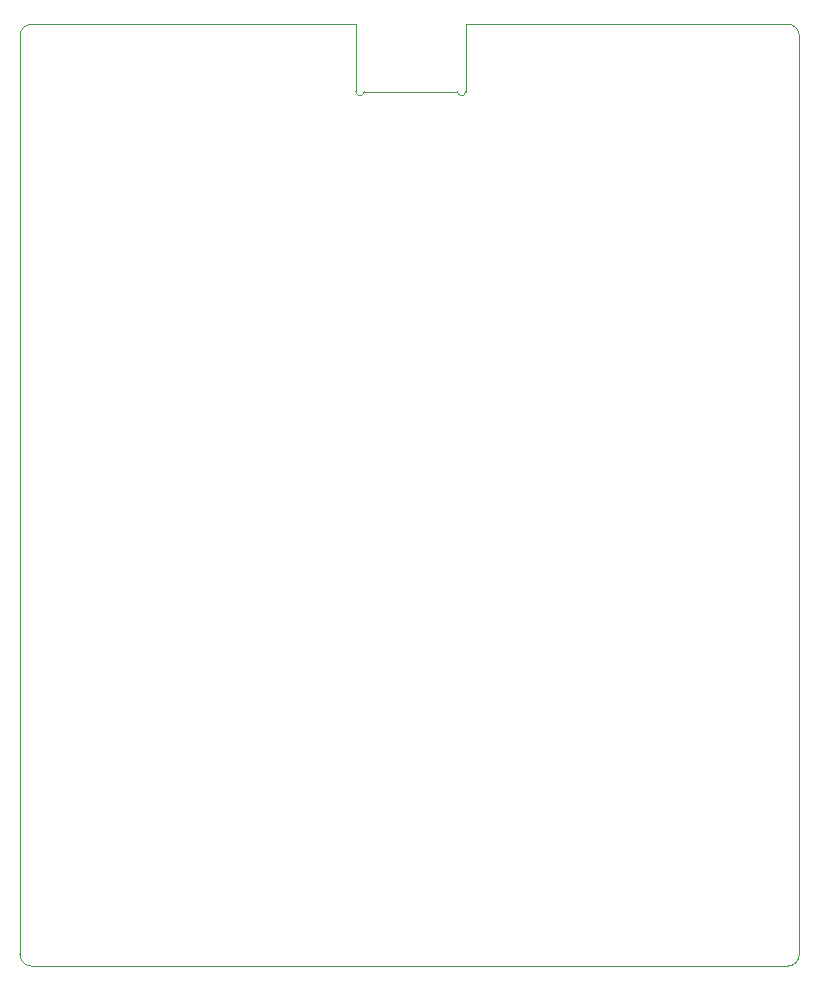
<source format=gbr>
%TF.GenerationSoftware,KiCad,Pcbnew,8.0.6-8.0.6-0~ubuntu24.04.1*%
%TF.CreationDate,2024-11-07T20:30:55+01:00*%
%TF.ProjectId,NIMH-battery-charger,4e494d48-2d62-4617-9474-6572792d6368,rev?*%
%TF.SameCoordinates,Original*%
%TF.FileFunction,Profile,NP*%
%FSLAX46Y46*%
G04 Gerber Fmt 4.6, Leading zero omitted, Abs format (unit mm)*
G04 Created by KiCad (PCBNEW 8.0.6-8.0.6-0~ubuntu24.04.1) date 2024-11-07 20:30:55*
%MOMM*%
%LPD*%
G01*
G04 APERTURE LIST*
%TA.AperFunction,Profile*%
%ADD10C,0.050000*%
%TD*%
G04 APERTURE END LIST*
D10*
X133650000Y-49760000D02*
G75*
G02*
X132950000Y-49760000I-350000J0D01*
G01*
X104497107Y-122802893D02*
X104507107Y-45050000D01*
X142250000Y-49760000D02*
G75*
G02*
X141550000Y-49760000I-350000J0D01*
G01*
X170502893Y-122802893D02*
G75*
G02*
X169502893Y-123802893I-999993J-7D01*
G01*
X105497107Y-123802893D02*
X169502893Y-123802893D01*
X142250000Y-44040000D02*
X169500000Y-44050000D01*
X170502893Y-122802893D02*
X170500000Y-45050000D01*
X142250000Y-44040000D02*
X142250000Y-49760000D01*
X132950000Y-44040000D02*
X132950000Y-49760000D01*
X105497107Y-123802893D02*
G75*
G02*
X104497107Y-122802893I-7J999993D01*
G01*
X132950000Y-44040000D02*
X105507107Y-44050000D01*
X104507107Y-45050000D02*
G75*
G02*
X105507107Y-44050007I999993J0D01*
G01*
X141550000Y-49760000D02*
X133650000Y-49760000D01*
X169500000Y-44050000D02*
G75*
G02*
X170500000Y-45050000I0J-1000000D01*
G01*
M02*

</source>
